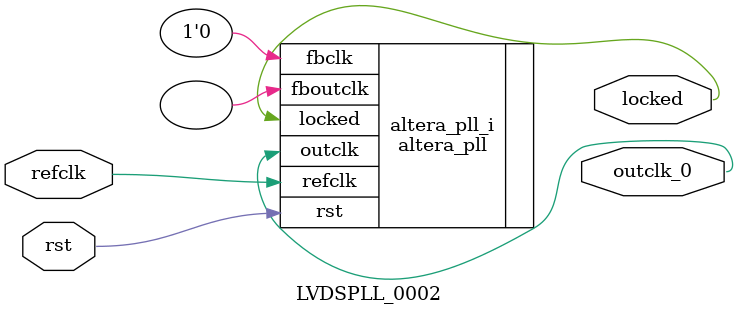
<source format=v>
`timescale 1ns/10ps
module  LVDSPLL_0002(

	// interface 'refclk'
	input wire refclk,

	// interface 'reset'
	input wire rst,

	// interface 'outclk0'
	output wire outclk_0,

	// interface 'locked'
	output wire locked
);

	altera_pll #(
		.fractional_vco_multiplier("false"),
		.reference_clock_frequency("64.0 MHz"),
		.operation_mode("direct"),
		.number_of_clocks(1),
		.output_clock_frequency0("64.000000 MHz"),
		.phase_shift0("0 ps"),
		.duty_cycle0(50),
		.output_clock_frequency1("0 MHz"),
		.phase_shift1("0 ps"),
		.duty_cycle1(50),
		.output_clock_frequency2("0 MHz"),
		.phase_shift2("0 ps"),
		.duty_cycle2(50),
		.output_clock_frequency3("0 MHz"),
		.phase_shift3("0 ps"),
		.duty_cycle3(50),
		.output_clock_frequency4("0 MHz"),
		.phase_shift4("0 ps"),
		.duty_cycle4(50),
		.output_clock_frequency5("0 MHz"),
		.phase_shift5("0 ps"),
		.duty_cycle5(50),
		.output_clock_frequency6("0 MHz"),
		.phase_shift6("0 ps"),
		.duty_cycle6(50),
		.output_clock_frequency7("0 MHz"),
		.phase_shift7("0 ps"),
		.duty_cycle7(50),
		.output_clock_frequency8("0 MHz"),
		.phase_shift8("0 ps"),
		.duty_cycle8(50),
		.output_clock_frequency9("0 MHz"),
		.phase_shift9("0 ps"),
		.duty_cycle9(50),
		.output_clock_frequency10("0 MHz"),
		.phase_shift10("0 ps"),
		.duty_cycle10(50),
		.output_clock_frequency11("0 MHz"),
		.phase_shift11("0 ps"),
		.duty_cycle11(50),
		.output_clock_frequency12("0 MHz"),
		.phase_shift12("0 ps"),
		.duty_cycle12(50),
		.output_clock_frequency13("0 MHz"),
		.phase_shift13("0 ps"),
		.duty_cycle13(50),
		.output_clock_frequency14("0 MHz"),
		.phase_shift14("0 ps"),
		.duty_cycle14(50),
		.output_clock_frequency15("0 MHz"),
		.phase_shift15("0 ps"),
		.duty_cycle15(50),
		.output_clock_frequency16("0 MHz"),
		.phase_shift16("0 ps"),
		.duty_cycle16(50),
		.output_clock_frequency17("0 MHz"),
		.phase_shift17("0 ps"),
		.duty_cycle17(50),
		.pll_type("General"),
		.pll_subtype("General")
	) altera_pll_i (
		.rst	(rst),
		.outclk	({outclk_0}),
		.locked	(locked),
		.fboutclk	( ),
		.fbclk	(1'b0),
		.refclk	(refclk)
	);
endmodule


</source>
